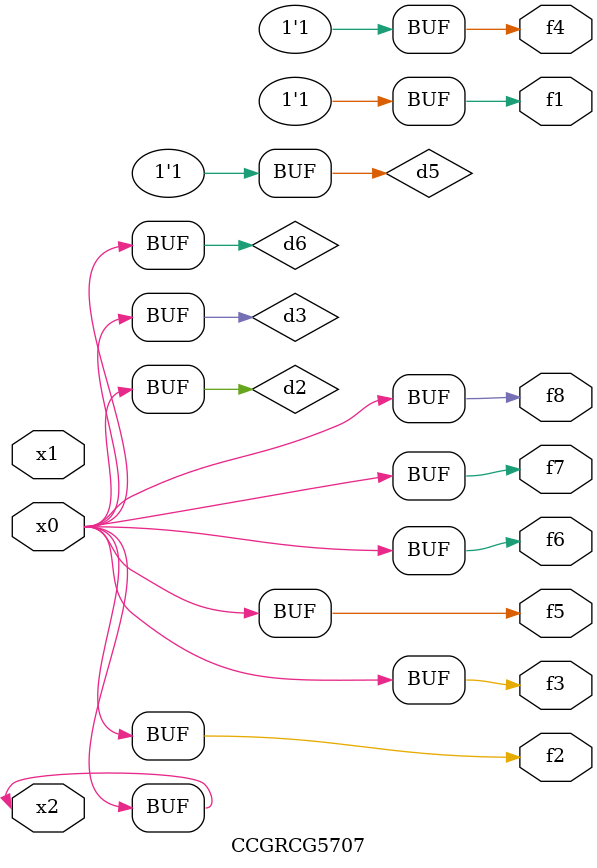
<source format=v>
module CCGRCG5707(
	input x0, x1, x2,
	output f1, f2, f3, f4, f5, f6, f7, f8
);

	wire d1, d2, d3, d4, d5, d6;

	xnor (d1, x2);
	buf (d2, x0, x2);
	and (d3, x0);
	xnor (d4, x1, x2);
	nand (d5, d1, d3);
	buf (d6, d2, d3);
	assign f1 = d5;
	assign f2 = d6;
	assign f3 = d6;
	assign f4 = d5;
	assign f5 = d6;
	assign f6 = d6;
	assign f7 = d6;
	assign f8 = d6;
endmodule

</source>
